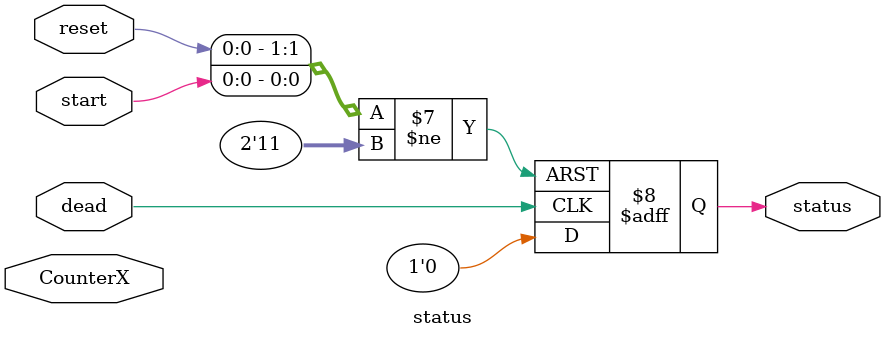
<source format=v>
`timescale 1ns / 1ps
module status(reset,start,dead,CounterX,status);
input reset,dead,start,CounterX;
output reg status;
initial begin status = 1; end


always@(negedge reset or negedge start or negedge dead)
begin
if (!reset) begin
	status = 1; 
	end
else if (!start) begin
	status = 1; 
	end
else if (!dead) begin
	status = 0; 
	end//Start game
end




endmodule
</source>
